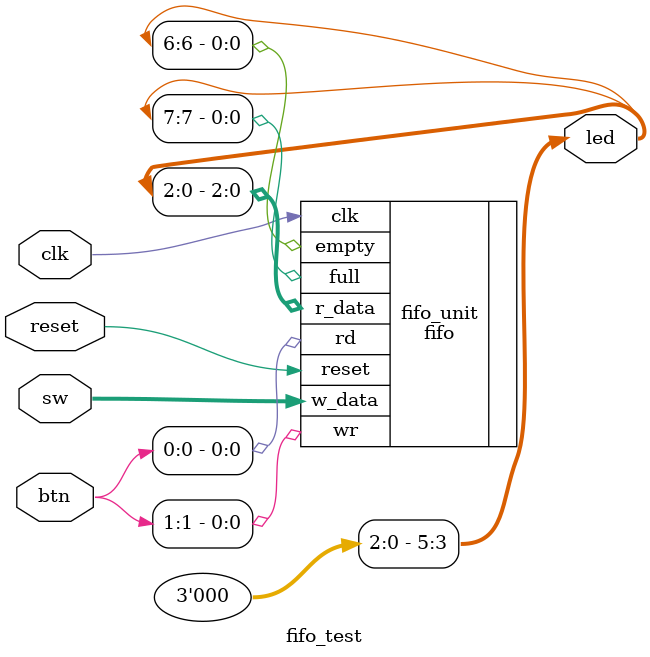
<source format=v>
`timescale 1ns / 1ps
module fifo_test(
	input wire clk, reset,
	input wire [1:0] btn,
	input wire [2:0] sw,
	output wire [7:0] led 
	);

	//No usamos el debounce porque es para estabilizar la señal.

	// signal declaration 
	//wire [1:0] db_btn; 
	
	// debounce circuit for btn[0] 
	//debounce btn_db_unit0 (.clk(clk), .reset(reset), .sw(btn[0]), .db_level(), .db_tick(db_btn[0])); 
	
	// debounce circuit for btn[1] 
	//debounce btn_db_unit1 (.clk(clk), .reset(reset), .sw(btn[1]), .db_level(), .db_tick(db_btn[1]));
	
	// instantiate a 2^2-by-3 fifo 
	//fifo #(.B(3), .W(2)) fifo_unit (.clk(clk), .reset(reset), .rd(db_btn[0]), .wr(db_btn[1]), .w_data(sw), .r_data(led[2:0]), .full(led[7]), .empty(led[6])); 
		
	fifo #(.B(3), .W(2)) fifo_unit (.clk(clk), .reset(reset), .rd(btn[0]), .wr(btn[1]), .w_data(sw), .r_data(led[2:0]), .full(led[7]), .empty(led[6])); 	
	
	// disable unused leds 
	assign led[5:3] = 3'b000; 

endmodule

</source>
